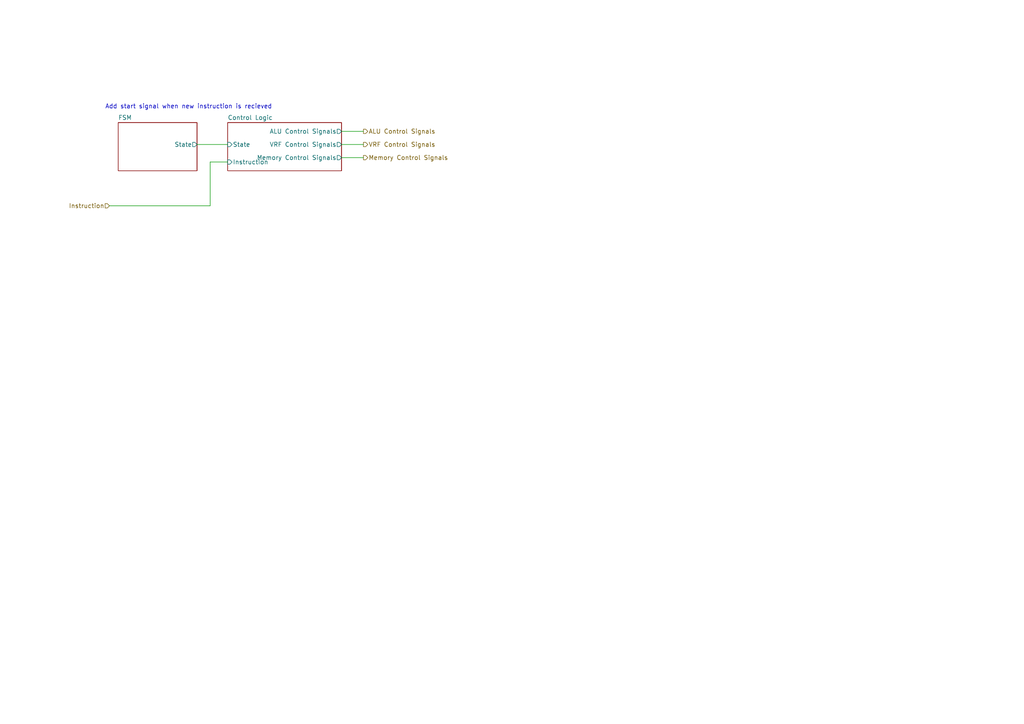
<source format=kicad_sch>
(kicad_sch (version 20230121) (generator eeschema)
  (paper "A4")
  (lib_symbols)
  (wire (pts (xy 99.06 38.1) (xy 105.41 38.1)))
  (wire (pts (xy 57.15 41.91) (xy 66.04 41.91)))
  (wire (pts (xy 60.96 46.99) (xy 66.04 46.99)))
  (wire (pts (xy 99.06 45.72) (xy 105.41 45.72)))
  (wire (pts (xy 31.75 59.69) (xy 60.96 59.69)))
  (wire (pts (xy 99.06 41.91) (xy 105.41 41.91)))
  (wire (pts (xy 60.96 59.69) (xy 60.96 46.99)))
  (text "Add start signal when new instruction is recieved\n" (at 30.48 31.75 0) (effects (font (size 1.27 1.27)) (justify left bottom)))
  (hierarchical_label "VRF Control Signals" (shape output) (at 105.41 41.91 0))
  (hierarchical_label "ALU Control Signals" (shape output) (at 105.41 38.1 0))
  (hierarchical_label "Instruction" (shape input) (at 31.75 59.69 180))
  (hierarchical_label "Memory Control Signals" (shape output) (at 105.41 45.72 0))
  (sheet (at 66.04 35.56) (size 33.02 13.97) (stroke (width 0.1524))
    (property "Sheetname" "Control Logic" (at 66.04 34.8484 0) (effects (justify left bottom)))
    (property "Sheetfile" "Control_Logic.kicad_sch" (effects hide))
    (pin "VRF Control Signals" output (at 99.06 41.91 0))
    (pin "Memory Control Signals" output (at 99.06 45.72 0))
    (pin "ALU Control Signals" output (at 99.06 38.1 0))
    (pin "State" input (at 66.04 41.91 180))
    (pin "Instruction" input (at 66.04 46.99 180))
  )
  (sheet (at 34.29 35.56) (size 22.86 13.97) (stroke (width 0.1524))
    (property "Sheetname" "FSM" (at 34.29 34.8484 0) (effects (justify left bottom)))
    (property "Sheetfile" "FSM.kicad_sch" (effects hide))
    (pin "State" output (at 57.15 41.91 0))
  )
)
</source>
